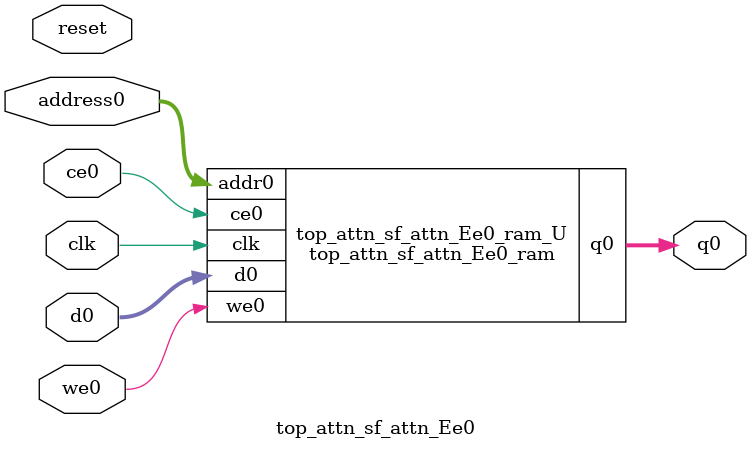
<source format=v>
`timescale 1 ns / 1 ps
module top_attn_sf_attn_Ee0_ram (addr0, ce0, d0, we0, q0,  clk);

parameter DWIDTH = 32;
parameter AWIDTH = 8;
parameter MEM_SIZE = 144;

input[AWIDTH-1:0] addr0;
input ce0;
input[DWIDTH-1:0] d0;
input we0;
output reg[DWIDTH-1:0] q0;
input clk;

(* ram_style = "block" *)reg [DWIDTH-1:0] ram[0:MEM_SIZE-1];




always @(posedge clk)  
begin 
    if (ce0) begin
        if (we0) 
            ram[addr0] <= d0; 
        q0 <= ram[addr0];
    end
end


endmodule

`timescale 1 ns / 1 ps
module top_attn_sf_attn_Ee0(
    reset,
    clk,
    address0,
    ce0,
    we0,
    d0,
    q0);

parameter DataWidth = 32'd32;
parameter AddressRange = 32'd144;
parameter AddressWidth = 32'd8;
input reset;
input clk;
input[AddressWidth - 1:0] address0;
input ce0;
input we0;
input[DataWidth - 1:0] d0;
output[DataWidth - 1:0] q0;



top_attn_sf_attn_Ee0_ram top_attn_sf_attn_Ee0_ram_U(
    .clk( clk ),
    .addr0( address0 ),
    .ce0( ce0 ),
    .we0( we0 ),
    .d0( d0 ),
    .q0( q0 ));

endmodule


</source>
